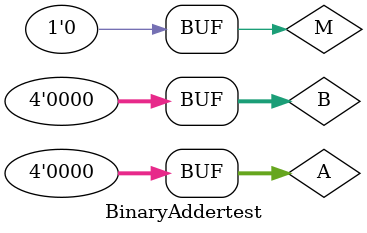
<source format=v>
`timescale 1ns / 1ps


module BinaryAddertest;

	// Inputs
	reg [3:0] A;
	reg [3:0] B;
	reg M;

	// Outputs
	wire [3:0] S;
	wire C;
	wire V;

	// Instantiate the Unit Under Test (UUT)
	AdderSubtractor uut (
		.S(S), 
		.C(C), 
		.V(V), 
		.A(A), 
		.B(B), 
		.M(M)
	);

	initial begin
		// Initialize Inputs
		A = 0;
		B = 0;
		M = 0;

		// Wait 100 ns for global reset to finish
		#100;
        
		// Add stimulus here

	end
      
endmodule


</source>
